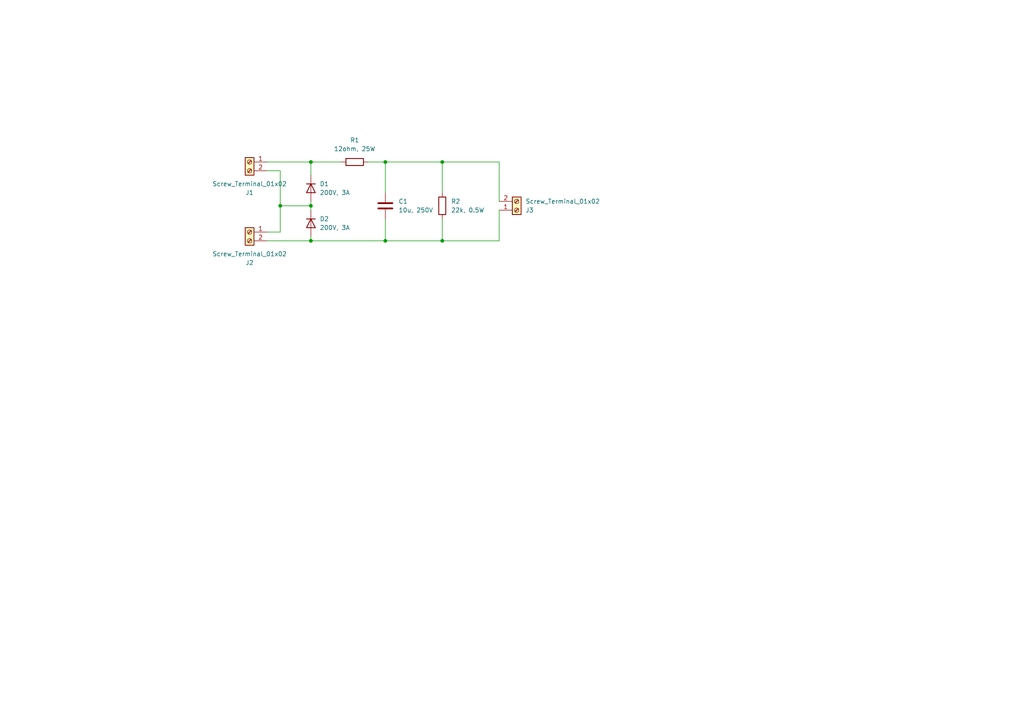
<source format=kicad_sch>
(kicad_sch (version 20231120) (generator "eeschema") (generator_version "8.0")
  (paper "A4")
  (lib_symbols
    (symbol "Connector:Screw_Terminal_01x02" (pin_names (offset 1.016) hide)
      (property "Reference" "J" (at 0 2.54 0))
      (property "Value" "Screw_Terminal_01x02" (at 0 -5.08 0))
      (symbol "Screw_Terminal_01x02_1_1"
        (rectangle (start -1.27 1.27) (end 1.27 -3.81) (stroke (width 0.254)) (fill (type background)))
        (circle (center 0 -2.54) (radius 0.635) (stroke (width 0.1524)))
        (polyline (pts (xy -0.5334 -2.2098) (xy 0.3302 -3.048)) (stroke (width 0.1524)))
        (polyline (pts (xy -0.5334 0.3302) (xy 0.3302 -0.508)) (stroke (width 0.1524)))
        (polyline (pts (xy -0.3556 -2.032) (xy 0.508 -2.8702)) (stroke (width 0.1524)))
        (polyline (pts (xy -0.3556 0.508) (xy 0.508 -0.3302)) (stroke (width 0.1524)))
        (circle (center 0 0) (radius 0.635) (stroke (width 0.1524)))
        (pin passive line (at -5.08 0 0) (length 3.81) (name "Pin_1") (number "1"))
        (pin passive line (at -5.08 -2.54 0) (length 3.81) (name "Pin_2") (number "2"))
      )
    )
    (symbol "Device:C" (pin_numbers hide) (pin_names (offset 0.254))
      (property "Reference" "C" (at 0.635 2.54 0))
      (property "Value" "C" (at 0.635 -2.54 0))
      (symbol "C_0_1"
        (polyline (pts (xy -2.032 -0.762) (xy 2.032 -0.762)) (stroke (width 0.508)))
        (polyline (pts (xy -2.032 0.762) (xy 2.032 0.762)) (stroke (width 0.508)))
      )
      (symbol "C_1_1"
        (pin passive line (at 0 3.81 270) (length 2.794) (name "~") (number "1"))
        (pin passive line (at 0 -3.81 90) (length 2.794) (name "~") (number "2"))
      )
    )
    (symbol "Device:D" (pin_numbers hide) (pin_names (offset 1.016) hide)
      (property "Reference" "D" (at 0 2.54 0))
      (property "Value" "D" (at 0 -2.54 0))
      (symbol "D_0_1"
        (polyline (pts (xy -1.27 1.27) (xy -1.27 -1.27)) (stroke (width 0.254)))
        (polyline (pts (xy 1.27 0) (xy -1.27 0)))
        (polyline (pts (xy 1.27 1.27) (xy 1.27 -1.27) (xy -1.27 0) (xy 1.27 1.27)) (stroke (width 0.254)))
      )
      (symbol "D_1_1"
        (pin passive line (at -3.81 0 0) (length 2.54) (name "K") (number "1"))
        (pin passive line (at 3.81 0 180) (length 2.54) (name "A") (number "2"))
      )
    )
    (symbol "Device:R" (pin_numbers hide) (pin_names (offset 0))
      (property "Reference" "R" (at 2.032 0 90))
      (property "Value" "R" (at 0 0 90))
      (symbol "R_0_1"
        (rectangle (start -1.016 -2.54) (end 1.016 2.54) (stroke (width 0.254)))
      )
      (symbol "R_1_1"
        (pin passive line (at 0 3.81 270) (length 1.27) (name "~") (number "1"))
        (pin passive line (at 0 -3.81 90) (length 1.27) (name "~") (number "2"))
      )
    )
  )
  (junction (at 81.28 59.69))
  (junction (at 128.27 69.85))
  (junction (at 90.17 69.85))
  (junction (at 90.17 59.69))
  (junction (at 111.76 46.99))
  (junction (at 128.27 46.99))
  (junction (at 111.76 69.85))
  (junction (at 90.17 46.99))
  (wire (pts (xy 81.28 59.69) (xy 90.17 59.69)))
  (wire (pts (xy 90.17 69.85) (xy 77.47 69.85)))
  (wire (pts (xy 144.78 46.99) (xy 144.78 58.42)))
  (wire (pts (xy 77.47 67.31) (xy 81.28 67.31)))
  (wire (pts (xy 90.17 59.69) (xy 90.17 60.96)))
  (wire (pts (xy 77.47 46.99) (xy 90.17 46.99)))
  (wire (pts (xy 106.68 46.99) (xy 111.76 46.99)))
  (wire (pts (xy 81.28 49.53) (xy 77.47 49.53)))
  (wire (pts (xy 81.28 59.69) (xy 81.28 49.53)))
  (wire (pts (xy 128.27 46.99) (xy 128.27 55.88)))
  (wire (pts (xy 90.17 58.42) (xy 90.17 59.69)))
  (wire (pts (xy 90.17 46.99) (xy 99.06 46.99)))
  (wire (pts (xy 111.76 69.85) (xy 128.27 69.85)))
  (wire (pts (xy 144.78 69.85) (xy 128.27 69.85)))
  (wire (pts (xy 111.76 46.99) (xy 128.27 46.99)))
  (wire (pts (xy 111.76 69.85) (xy 111.76 63.5)))
  (wire (pts (xy 144.78 60.96) (xy 144.78 69.85)))
  (wire (pts (xy 128.27 46.99) (xy 144.78 46.99)))
  (wire (pts (xy 128.27 63.5) (xy 128.27 69.85)))
  (wire (pts (xy 90.17 68.58) (xy 90.17 69.85)))
  (wire (pts (xy 90.17 46.99) (xy 90.17 50.8)))
  (wire (pts (xy 81.28 67.31) (xy 81.28 59.69)))
  (wire (pts (xy 90.17 69.85) (xy 111.76 69.85)))
  (wire (pts (xy 111.76 46.99) (xy 111.76 55.88)))
  (symbol (lib_id "Device:D") (at 90.17 54.61 270) (unit 1)
    (property "Reference" "D1" (at 92.71 53.3399 90) (effects (justify left)))
    (property "Value" "200V, 3A" (at 92.71 55.8799 90) (effects (justify left)))
    (property "Description" "Diode, CMH01(T2L,TEMQ)" (effects (hide yes)))
    (property "Sim.Device" "D" (effects (hide yes)))
    (property "Sim.Pins" "1=K 2=A" (effects (hide yes)))
  )
  (symbol (lib_id "Device:R") (at 102.87 46.99 90) (unit 1)
    (property "Reference" "R1" (at 102.87 40.64 90))
    (property "Value" "12ohm, 25W" (at 102.87 43.18 90))
    (property "Description" "Resistor" (effects (hide yes)))
  )
  (symbol (lib_id "Connector:Screw_Terminal_01x02") (at 149.86 60.96 0) (mirror x) (unit 1)
    (property "Reference" "J3" (at 152.4 60.9601 0) (effects (justify left)))
    (property "Value" "Screw_Terminal_01x02" (at 152.4 58.4201 0) (effects (justify left)))
    (property "Description" "Generic screw terminal, single row, 01x02, script generated (kicad-library-utils/schlib/autogen/connector/)" (effects (hide yes)))
  )
  (symbol (lib_id "Device:R") (at 128.27 59.69 0) (unit 1)
    (property "Reference" "R2" (at 130.81 58.4199 0) (effects (justify left)))
    (property "Value" "22k, 0.5W" (at 130.81 60.9599 0) (effects (justify left)))
    (property "Description" "Resistor, RN65D2202FB14" (effects (hide yes)))
  )
  (symbol (lib_id "Device:D") (at 90.17 64.77 270) (unit 1)
    (property "Reference" "D2" (at 92.71 63.4999 90) (effects (justify left)))
    (property "Value" "200V, 3A" (at 92.71 66.0399 90) (effects (justify left)))
    (property "Description" "Diode, CMH01(T2L,TEMQ)" (effects (hide yes)))
    (property "Sim.Device" "D" (effects (hide yes)))
    (property "Sim.Pins" "1=K 2=A" (effects (hide yes)))
  )
  (symbol (lib_id "Connector:Screw_Terminal_01x02") (at 72.39 46.99 0) (mirror y) (unit 1)
    (property "Reference" "J1" (at 72.39 55.88 0))
    (property "Value" "Screw_Terminal_01x02" (at 72.39 53.34 0))
    (property "Description" "Generic screw terminal, single row, 01x02, script generated (kicad-library-utils/schlib/autogen/connector/)" (effects (hide yes)))
  )
  (symbol (lib_id "Connector:Screw_Terminal_01x02") (at 72.39 67.31 0) (mirror y) (unit 1)
    (property "Reference" "J2" (at 72.39 76.2 0))
    (property "Value" "Screw_Terminal_01x02" (at 72.39 73.66 0))
    (property "Description" "Generic screw terminal, single row, 01x02, script generated (kicad-library-utils/schlib/autogen/connector/)" (effects (hide yes)))
  )
  (symbol (lib_id "Device:C") (at 111.76 59.69 0) (unit 1)
    (property "Reference" "C1" (at 115.57 58.4199 0) (effects (justify left)))
    (property "Value" "10u, 250V" (at 115.57 60.9599 0) (effects (justify left)))
    (property "Description" "Unpolarized capacitor" (effects (hide yes)))
  )
)
</source>
